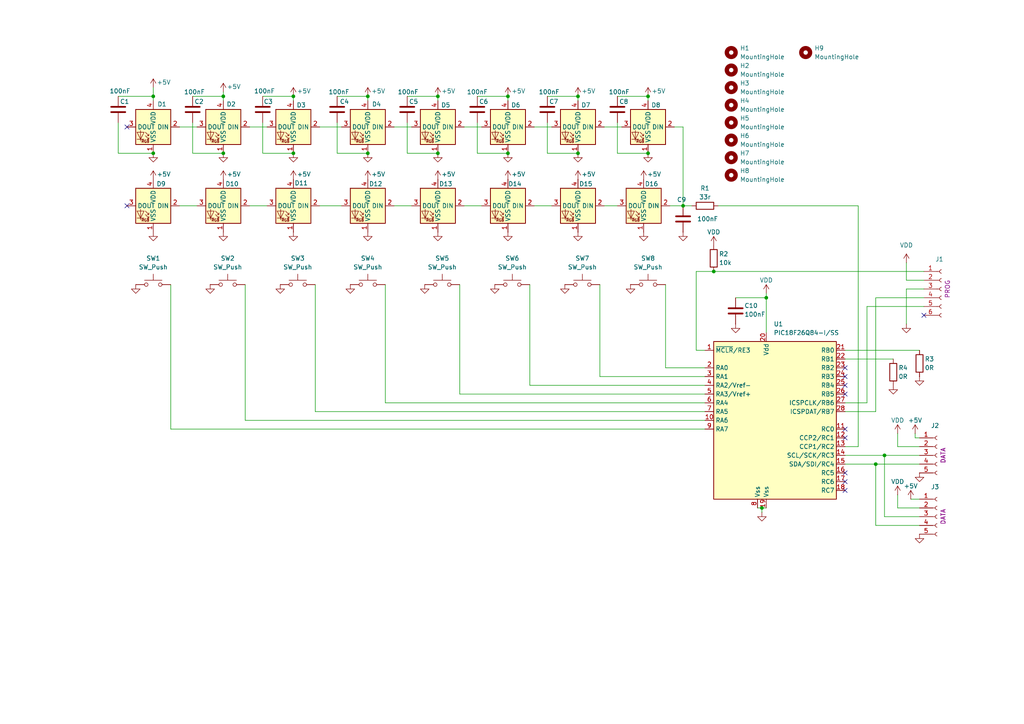
<source format=kicad_sch>
(kicad_sch (version 20250114) (generator "eeschema") (generator_version "9.0")
  (paper "A4")
  (lib_symbols
    (symbol "Connector:Conn_01x05_Socket" (pin_names (offset 1.016) (hide yes))
      (property "Reference" "J" (at 0 7.62 0))
      (property "Value" "Conn_01x05_Socket" (at 0 -7.62 0))
      (symbol "Conn_01x05_Socket_1_1"
        (polyline (pts (xy -1.27 5.08) (xy -0.508 5.08)) (stroke (width 0.1524)))
        (polyline (pts (xy -1.27 2.54) (xy -0.508 2.54)) (stroke (width 0.1524)))
        (polyline (pts (xy -1.27 0) (xy -0.508 0)) (stroke (width 0.1524)))
        (polyline (pts (xy -1.27 -2.54) (xy -0.508 -2.54)) (stroke (width 0.1524)))
        (polyline (pts (xy -1.27 -5.08) (xy -0.508 -5.08)) (stroke (width 0.1524)))
        (arc (start 0 4.572) (mid -0.5058 5.08) (end 0 5.588) (stroke (width 0.1524)))
        (arc (start 0 2.032) (mid -0.5058 2.54) (end 0 3.048) (stroke (width 0.1524)))
        (arc (start 0 -0.508) (mid -0.5058 0) (end 0 0.508) (stroke (width 0.1524)))
        (arc (start 0 -3.048) (mid -0.5058 -2.54) (end 0 -2.032) (stroke (width 0.1524)))
        (arc (start 0 -5.588) (mid -0.5058 -5.08) (end 0 -4.572) (stroke (width 0.1524)))
        (pin passive line (at -5.08 5.08 0) (length 3.81) (name "Pin_1") (number "1"))
        (pin passive line (at -5.08 2.54 0) (length 3.81) (name "Pin_2") (number "2"))
        (pin passive line (at -5.08 0 0) (length 3.81) (name "Pin_3") (number "3"))
        (pin passive line (at -5.08 -2.54 0) (length 3.81) (name "Pin_4") (number "4"))
        (pin passive line (at -5.08 -5.08 0) (length 3.81) (name "Pin_5") (number "5"))
      )
    )
    (symbol "Connector:Conn_01x06_Socket" (pin_names (offset 1.016) (hide yes))
      (property "Reference" "J" (at 0 7.62 0))
      (property "Value" "Conn_01x06_Socket" (at 0 -10.16 0))
      (symbol "Conn_01x06_Socket_1_1"
        (polyline (pts (xy -1.27 5.08) (xy -0.508 5.08)) (stroke (width 0.1524)))
        (polyline (pts (xy -1.27 2.54) (xy -0.508 2.54)) (stroke (width 0.1524)))
        (polyline (pts (xy -1.27 0) (xy -0.508 0)) (stroke (width 0.1524)))
        (polyline (pts (xy -1.27 -2.54) (xy -0.508 -2.54)) (stroke (width 0.1524)))
        (polyline (pts (xy -1.27 -5.08) (xy -0.508 -5.08)) (stroke (width 0.1524)))
        (polyline (pts (xy -1.27 -7.62) (xy -0.508 -7.62)) (stroke (width 0.1524)))
        (arc (start 0 4.572) (mid -0.5058 5.08) (end 0 5.588) (stroke (width 0.1524)))
        (arc (start 0 2.032) (mid -0.5058 2.54) (end 0 3.048) (stroke (width 0.1524)))
        (arc (start 0 -0.508) (mid -0.5058 0) (end 0 0.508) (stroke (width 0.1524)))
        (arc (start 0 -3.048) (mid -0.5058 -2.54) (end 0 -2.032) (stroke (width 0.1524)))
        (arc (start 0 -5.588) (mid -0.5058 -5.08) (end 0 -4.572) (stroke (width 0.1524)))
        (arc (start 0 -8.128) (mid -0.5058 -7.62) (end 0 -7.112) (stroke (width 0.1524)))
        (pin passive line (at -5.08 5.08 0) (length 3.81) (name "Pin_1") (number "1"))
        (pin passive line (at -5.08 2.54 0) (length 3.81) (name "Pin_2") (number "2"))
        (pin passive line (at -5.08 0 0) (length 3.81) (name "Pin_3") (number "3"))
        (pin passive line (at -5.08 -2.54 0) (length 3.81) (name "Pin_4") (number "4"))
        (pin passive line (at -5.08 -5.08 0) (length 3.81) (name "Pin_5") (number "5"))
        (pin passive line (at -5.08 -7.62 0) (length 3.81) (name "Pin_6") (number "6"))
      )
    )
    (symbol "Device:C" (pin_numbers (hide yes)) (pin_names (offset 0.254))
      (property "Reference" "C" (at 0.635 2.54 0))
      (property "Value" "C" (at 0.635 -2.54 0))
      (symbol "C_0_1"
        (polyline (pts (xy -2.032 0.762) (xy 2.032 0.762)) (stroke (width 0.508)))
        (polyline (pts (xy -2.032 -0.762) (xy 2.032 -0.762)) (stroke (width 0.508)))
      )
      (symbol "C_1_1"
        (pin passive line (at 0 3.81 270) (length 2.794) (name "~") (number "1"))
        (pin passive line (at 0 -3.81 90) (length 2.794) (name "~") (number "2"))
      )
    )
    (symbol "Device:R" (pin_numbers (hide yes)) (pin_names (offset 0))
      (property "Reference" "R" (at 2.032 0 90))
      (property "Value" "R" (at 0 0 90))
      (symbol "R_0_1"
        (rectangle (start -1.016 -2.54) (end 1.016 2.54) (stroke (width 0.254)))
      )
      (symbol "R_1_1"
        (pin passive line (at 0 3.81 270) (length 1.27) (name "~") (number "1"))
        (pin passive line (at 0 -3.81 90) (length 1.27) (name "~") (number "2"))
      )
    )
    (symbol "LED:LiteOn_LTST-E563C"
      (property "Reference" "D" (at 5.08 5.715 0))
      (property "Value" "LiteOn_LTST-E563C" (at 1.27 -5.715 0))
      (symbol "LiteOn_LTST-E563C_0_0"
        (text "RGB" (at 2.286 -4.191 0) (effects (font (size 0.762 0.762))))
      )
      (symbol "LiteOn_LTST-E563C_0_1"
        (polyline (pts (xy 1.27 -2.54) (xy 1.778 -2.54)))
        (polyline (pts (xy 1.27 -3.556) (xy 1.778 -3.556)))
        (polyline (pts (xy 2.286 -1.524) (xy 1.27 -2.54) (xy 1.27 -2.032)))
        (polyline (pts (xy 2.286 -2.54) (xy 1.27 -3.556) (xy 1.27 -3.048)))
        (polyline (pts (xy 3.683 -1.016) (xy 3.683 -3.556) (xy 3.683 -4.064)))
        (polyline (pts (xy 4.699 -1.524) (xy 2.667 -1.524) (xy 3.683 -3.556) (xy 4.699 -1.524)))
        (polyline (pts (xy 4.699 -3.556) (xy 2.667 -3.556)))
        (rectangle (start 5.08 5.08) (end -5.08 -5.08) (stroke (width 0.254)) (fill (type background)))
      )
      (symbol "LiteOn_LTST-E563C_1_1"
        (pin input line (at -7.62 0 0) (length 2.54) (name "DIN") (number "2"))
        (pin power_in line (at 0 7.62 270) (length 2.54) (name "VDD") (number "4"))
        (pin power_in line (at 0 -7.62 90) (length 2.54) (name "VSS") (number "1"))
        (pin output line (at 7.62 0 180) (length 2.54) (name "DOUT") (number "3"))
      )
    )
    (symbol "Mechanical:MountingHole" (pin_names (offset 1.016)) (in_bom no)
      (property "Reference" "H" (at 0 5.08 0))
      (property "Value" "MountingHole" (at 0 3.175 0))
      (symbol "MountingHole_0_1"
        (circle (center 0 0) (radius 1.27) (stroke (width 1.27)))
      )
    )
    (symbol "panel-library:PIC18F26Q84_ISS"
      (property "Reference" "U" (at -15.24 24.13 0))
      (property "Value" "PIC18F26Q84-I/SS" (at 9.652 24.13 0))
      (symbol "PIC18F26Q84_ISS_0_1"
        (rectangle (start -17.78 22.86) (end 17.78 -22.86) (stroke (width 0.254)) (fill (type background)))
      )
      (symbol "PIC18F26Q84_ISS_1_1"
        (pin bidirectional line (at -20.32 20.32 0) (length 2.54) (name "~{MCLR}/RE3") (number "1"))
        (pin bidirectional line (at -20.32 15.24 0) (length 2.54) (name "RA0") (number "2"))
        (pin bidirectional line (at -20.32 12.7 0) (length 2.54) (name "RA1") (number "3"))
        (pin bidirectional line (at -20.32 10.16 0) (length 2.54) (name "RA2/Vref-") (number "4"))
        (pin bidirectional line (at -20.32 7.62 0) (length 2.54) (name "RA3/Vref+") (number "5"))
        (pin bidirectional line (at -20.32 5.08 0) (length 2.54) (name "RA4") (number "6"))
        (pin bidirectional line (at -20.32 2.54 0) (length 2.54) (name "RA5") (number "7"))
        (pin bidirectional line (at -20.32 0 0) (length 2.54) (name "RA6") (number "10"))
        (pin bidirectional line (at -20.32 -2.54 0) (length 2.54) (name "RA7") (number "9"))
        (pin power_in line (at -5.08 -25.4 90) (length 2.54) (name "Vss") (number "8"))
        (pin power_in line (at -2.54 25.4 270) (length 2.54) (name "Vdd") (number "20"))
        (pin power_in line (at -2.54 -25.4 90) (length 2.54) (name "Vss") (number "19"))
        (pin bidirectional line (at 20.32 20.32 180) (length 2.54) (name "RB0") (number "21"))
        (pin bidirectional line (at 20.32 17.78 180) (length 2.54) (name "RB1") (number "22"))
        (pin bidirectional line (at 20.32 15.24 180) (length 2.54) (name "RB2") (number "23"))
        (pin bidirectional line (at 20.32 12.7 180) (length 2.54) (name "RB3") (number "24"))
        (pin bidirectional line (at 20.32 10.16 180) (length 2.54) (name "RB4") (number "25"))
        (pin bidirectional line (at 20.32 7.62 180) (length 2.54) (name "RB5") (number "26"))
        (pin bidirectional line (at 20.32 5.08 180) (length 2.54) (name "ICSPCLK/RB6") (number "27"))
        (pin bidirectional line (at 20.32 2.54 180) (length 2.54) (name "ICSPDAT/RB7") (number "28"))
        (pin bidirectional line (at 20.32 -2.54 180) (length 2.54) (name "RC0") (number "11"))
        (pin bidirectional line (at 20.32 -5.08 180) (length 2.54) (name "CCP2/RC1") (number "12"))
        (pin bidirectional line (at 20.32 -7.62 180) (length 2.54) (name "CCP1/RC2") (number "13"))
        (pin bidirectional line (at 20.32 -10.16 180) (length 2.54) (name "SCL/SCK/RC3") (number "14"))
        (pin bidirectional line (at 20.32 -12.7 180) (length 2.54) (name "SDA/SDI/RC4") (number "15"))
        (pin bidirectional line (at 20.32 -15.24 180) (length 2.54) (name "RC5") (number "16"))
        (pin bidirectional line (at 20.32 -17.78 180) (length 2.54) (name "RC6") (number "17"))
        (pin bidirectional line (at 20.32 -20.32 180) (length 2.54) (name "RC7") (number "18"))
      )
    )
    (symbol "panel-library:SW_Push4" (pin_numbers (hide yes)) (pin_names (offset 1.016) (hide yes))
      (property "Reference" "SW1" (at 0 7.62 0))
      (property "Value" "SW_Push4" (at 0 5.08 0))
      (symbol "SW_Push4_0_1"
        (circle (center -2.032 0) (radius 0.508))
        (polyline (pts (xy 0 1.27) (xy 0 3.048)))
        (circle (center 2.032 0) (radius 0.508))
        (polyline (pts (xy 2.54 1.27) (xy -2.54 1.27)))
        (pin passive line (at -5.08 0 0) (length 2.54) (name "1") (number "1"))
        (pin passive line (at 5.08 0 180) (length 2.54) (name "2") (number "2"))
      )
      (symbol "SW_Push4_1_1"
        (pin passive line (at -5.08 0 0) (length 2.54) (hide yes) (name "3") (number "3"))
        (pin passive line (at 5.08 0 180) (length 2.54) (hide yes) (name "4") (number "4"))
      )
    )
    (symbol "power:+5V" (power) (pin_numbers (hide yes)) (pin_names (offset 0) (hide yes))
      (property "Value" "+5V" (at 0 3.556 0))
      (symbol "+5V_0_1"
        (polyline (pts (xy -0.762 1.27) (xy 0 2.54)))
        (polyline (pts (xy 0 2.54) (xy 0.762 1.27)))
        (polyline (pts (xy 0 0) (xy 0 2.54)))
      )
      (symbol "+5V_1_1"
        (pin power_in line (at 0 0 90) (length 0) (name "~") (number "1"))
      )
    )
    (symbol "power:GND" (power) (pin_numbers (hide yes)) (pin_names (offset 0) (hide yes))
      (property "Value" "GND" (at 0 -3.81 0))
      (symbol "GND_0_1"
        (polyline (pts (xy 0 0) (xy 0 -1.27) (xy 1.27 -1.27) (xy 0 -2.54) (xy -1.27 -1.27) (xy 0 -1.27)))
      )
      (symbol "GND_1_1"
        (pin power_in line (at 0 0 270) (length 0) (name "~") (number "1"))
      )
    )
    (symbol "power:VDD" (power) (pin_numbers (hide yes)) (pin_names (offset 0) (hide yes))
      (property "Value" "VDD" (at 0 3.556 0))
      (symbol "VDD_0_1"
        (polyline (pts (xy -0.762 1.27) (xy 0 2.54)))
        (polyline (pts (xy 0 2.54) (xy 0.762 1.27)))
        (polyline (pts (xy 0 0) (xy 0 2.54)))
      )
      (symbol "VDD_1_1"
        (pin power_in line (at 0 0 90) (length 0) (name "~") (number "1"))
      )
    )
  )
  (junction (at 198.12 59.69))
  (junction (at 106.68 27.94))
  (junction (at 187.96 27.94))
  (junction (at 187.96 44.45))
  (junction (at 127 27.94))
  (junction (at 85.09 27.94))
  (junction (at 254 134.62))
  (junction (at 64.77 44.45))
  (junction (at 167.64 27.94))
  (junction (at 127 44.45))
  (junction (at 256.54 132.08))
  (junction (at 147.32 44.45))
  (junction (at 147.32 27.94))
  (junction (at 85.09 44.45))
  (junction (at 44.45 27.94))
  (junction (at 167.64 44.45))
  (junction (at 222.25 86.36))
  (junction (at 106.68 44.45))
  (junction (at 64.77 27.94))
  (junction (at 44.45 44.45))
  (junction (at 220.98 147.32))
  (junction (at 207.01 78.74))
  (no_connect (at 245.11 142.24))
  (no_connect (at 245.11 106.68))
  (no_connect (at 36.83 36.83))
  (no_connect (at 245.11 139.7))
  (no_connect (at 36.83 59.69))
  (no_connect (at 245.11 109.22))
  (no_connect (at 245.11 137.16))
  (no_connect (at 245.11 124.46))
  (no_connect (at 267.97 91.44))
  (no_connect (at 245.11 127))
  (no_connect (at 245.11 111.76))
  (no_connect (at 245.11 114.3))
  (wire (pts (xy 245.11 132.08) (xy 256.54 132.08)))
  (wire (pts (xy 106.68 27.94) (xy 106.68 29.21)))
  (wire (pts (xy 138.43 35.56) (xy 138.43 44.45)))
  (wire (pts (xy 72.39 59.69) (xy 77.47 59.69)))
  (wire (pts (xy 260.35 143.51) (xy 260.35 147.32)))
  (wire (pts (xy 118.11 35.56) (xy 118.11 44.45)))
  (wire (pts (xy 49.53 124.46) (xy 204.47 124.46)))
  (wire (pts (xy 219.71 147.32) (xy 220.98 147.32)))
  (wire (pts (xy 201.93 78.74) (xy 201.93 101.6)))
  (wire (pts (xy 254 152.4) (xy 254 134.62)))
  (wire (pts (xy 193.04 106.68) (xy 204.47 106.68)))
  (wire (pts (xy 180.34 36.83) (xy 175.26 36.83)))
  (wire (pts (xy 118.11 44.45) (xy 127 44.45)))
  (wire (pts (xy 138.43 27.94) (xy 147.32 27.94)))
  (wire (pts (xy 158.75 44.45) (xy 167.64 44.45)))
  (wire (pts (xy 245.11 101.6) (xy 266.7 101.6)))
  (wire (pts (xy 44.45 25.4) (xy 44.45 27.94)))
  (wire (pts (xy 111.76 116.84) (xy 204.47 116.84)))
  (wire (pts (xy 254 134.62) (xy 266.7 134.62)))
  (wire (pts (xy 222.25 147.32) (xy 220.98 147.32)))
  (wire (pts (xy 34.29 27.94) (xy 44.45 27.94)))
  (wire (pts (xy 158.75 27.94) (xy 167.64 27.94)))
  (wire (pts (xy 52.07 59.69) (xy 57.15 59.69)))
  (wire (pts (xy 55.88 27.94) (xy 64.77 27.94)))
  (wire (pts (xy 167.64 27.94) (xy 167.64 29.21)))
  (wire (pts (xy 154.94 36.83) (xy 160.02 36.83)))
  (wire (pts (xy 91.44 119.38) (xy 204.47 119.38)))
  (wire (pts (xy 127 27.94) (xy 127 29.21)))
  (wire (pts (xy 175.26 59.69) (xy 179.07 59.69)))
  (wire (pts (xy 266.7 129.54) (xy 260.35 129.54)))
  (wire (pts (xy 179.07 44.45) (xy 187.96 44.45)))
  (wire (pts (xy 256.54 132.08) (xy 266.7 132.08)))
  (wire (pts (xy 266.7 149.86) (xy 256.54 149.86)))
  (wire (pts (xy 198.12 36.83) (xy 195.58 36.83)))
  (wire (pts (xy 111.76 82.55) (xy 111.76 116.84)))
  (wire (pts (xy 266.7 127) (xy 265.43 127)))
  (wire (pts (xy 44.45 27.94) (xy 44.45 29.21)))
  (wire (pts (xy 49.53 82.55) (xy 49.53 124.46)))
  (wire (pts (xy 138.43 44.45) (xy 147.32 44.45)))
  (wire (pts (xy 260.35 147.32) (xy 266.7 147.32)))
  (wire (pts (xy 133.35 114.3) (xy 204.47 114.3)))
  (wire (pts (xy 71.12 82.55) (xy 71.12 121.92)))
  (wire (pts (xy 220.98 147.32) (xy 220.98 148.59)))
  (wire (pts (xy 76.2 44.45) (xy 85.09 44.45)))
  (wire (pts (xy 265.43 127) (xy 265.43 125.73)))
  (wire (pts (xy 248.92 59.69) (xy 248.92 129.54)))
  (wire (pts (xy 76.2 35.56) (xy 76.2 44.45)))
  (wire (pts (xy 85.09 27.94) (xy 85.09 29.21)))
  (wire (pts (xy 245.11 119.38) (xy 254 119.38)))
  (wire (pts (xy 267.97 83.82) (xy 262.89 83.82)))
  (wire (pts (xy 64.77 27.94) (xy 64.77 29.21)))
  (wire (pts (xy 71.12 121.92) (xy 204.47 121.92)))
  (wire (pts (xy 251.46 88.9) (xy 267.97 88.9)))
  (wire (pts (xy 222.25 86.36) (xy 222.25 85.09)))
  (wire (pts (xy 207.01 78.74) (xy 267.97 78.74)))
  (wire (pts (xy 160.02 59.69) (xy 154.94 59.69)))
  (wire (pts (xy 153.67 111.76) (xy 204.47 111.76)))
  (wire (pts (xy 267.97 81.28) (xy 262.89 81.28)))
  (wire (pts (xy 92.71 59.69) (xy 99.06 59.69)))
  (wire (pts (xy 262.89 76.2) (xy 262.89 81.28)))
  (wire (pts (xy 254 86.36) (xy 254 119.38)))
  (wire (pts (xy 55.88 44.45) (xy 64.77 44.45)))
  (wire (pts (xy 198.12 36.83) (xy 198.12 59.69)))
  (wire (pts (xy 213.36 86.36) (xy 222.25 86.36)))
  (wire (pts (xy 245.11 134.62) (xy 254 134.62)))
  (wire (pts (xy 52.07 36.83) (xy 57.15 36.83)))
  (wire (pts (xy 119.38 59.69) (xy 114.3 59.69)))
  (wire (pts (xy 264.16 144.78) (xy 266.7 144.78)))
  (wire (pts (xy 222.25 86.36) (xy 222.25 96.52)))
  (wire (pts (xy 118.11 27.94) (xy 127 27.94)))
  (wire (pts (xy 201.93 78.74) (xy 207.01 78.74)))
  (wire (pts (xy 198.12 59.69) (xy 200.66 59.69)))
  (wire (pts (xy 173.99 109.22) (xy 204.47 109.22)))
  (wire (pts (xy 76.2 27.94) (xy 85.09 27.94)))
  (wire (pts (xy 139.7 59.69) (xy 134.62 59.69)))
  (wire (pts (xy 134.62 36.83) (xy 139.7 36.83)))
  (wire (pts (xy 114.3 36.83) (xy 119.38 36.83)))
  (wire (pts (xy 248.92 129.54) (xy 245.11 129.54)))
  (wire (pts (xy 55.88 35.56) (xy 55.88 44.45)))
  (wire (pts (xy 34.29 35.56) (xy 34.29 44.45)))
  (wire (pts (xy 256.54 149.86) (xy 256.54 132.08)))
  (wire (pts (xy 97.79 27.94) (xy 106.68 27.94)))
  (wire (pts (xy 64.77 26.67) (xy 64.77 27.94)))
  (wire (pts (xy 97.79 35.56) (xy 97.79 44.45)))
  (wire (pts (xy 153.67 82.55) (xy 153.67 111.76)))
  (wire (pts (xy 158.75 35.56) (xy 158.75 44.45)))
  (wire (pts (xy 262.89 83.82) (xy 262.89 93.98)))
  (wire (pts (xy 251.46 88.9) (xy 251.46 116.84)))
  (wire (pts (xy 179.07 35.56) (xy 179.07 44.45)))
  (wire (pts (xy 193.04 106.68) (xy 193.04 82.55)))
  (wire (pts (xy 147.32 27.94) (xy 147.32 29.21)))
  (wire (pts (xy 92.71 36.83) (xy 99.06 36.83)))
  (wire (pts (xy 173.99 82.55) (xy 173.99 109.22)))
  (wire (pts (xy 72.39 36.83) (xy 77.47 36.83)))
  (wire (pts (xy 133.35 82.55) (xy 133.35 114.3)))
  (wire (pts (xy 266.7 152.4) (xy 254 152.4)))
  (wire (pts (xy 201.93 101.6) (xy 204.47 101.6)))
  (wire (pts (xy 251.46 116.84) (xy 245.11 116.84)))
  (wire (pts (xy 34.29 44.45) (xy 44.45 44.45)))
  (wire (pts (xy 254 86.36) (xy 267.97 86.36)))
  (wire (pts (xy 91.44 82.55) (xy 91.44 119.38)))
  (wire (pts (xy 179.07 27.94) (xy 187.96 27.94)))
  (wire (pts (xy 245.11 104.14) (xy 259.08 104.14)))
  (wire (pts (xy 260.35 129.54) (xy 260.35 125.73)))
  (wire (pts (xy 248.92 59.69) (xy 208.28 59.69)))
  (wire (pts (xy 194.31 59.69) (xy 198.12 59.69)))
  (wire (pts (xy 97.79 44.45) (xy 106.68 44.45)))
  (wire (pts (xy 187.96 27.94) (xy 187.96 29.21)))
  (symbol (lib_id "power:GND") (at 127 67.31 0) (mirror y) (unit 1)
    (property "Reference" "#PWR029" (effects (hide yes)))
    (property "Value" "GND" (effects (hide yes)))
    (property "Description" "Power symbol creates a global label with name \"GND\" , ground" (effects (hide yes)))
  )
  (symbol (lib_id "power:GND") (at 198.12 67.31 0) (mirror y) (unit 1)
    (property "Reference" "#PWR033" (effects (hide yes)))
    (property "Value" "GND" (effects (hide yes)))
    (property "Description" "Power symbol creates a global label with name \"GND\" , ground" (effects (hide yes)))
  )
  (symbol (lib_id "Connector:Conn_01x05_Socket") (at 271.78 132.08 0) (unit 1)
    (property "Reference" "J2" (at 270.002 123.444 0) (effects (justify left)))
    (property "Value" "Conn_01x05_Socket" (effects (hide yes)))
    (property "Footprint" "Connector_Molex:Molex_Pico-Lock_504050-0591_1x05-1MP_P1.50mm_Horizontal" (effects (hide yes)))
    (property "Description" "Generic connector, single row, 01x05, script generated" (effects (hide yes)))
    (property "Label" "DATA" (at 273.558 132.08 90))
  )
  (symbol (lib_id "Mechanical:MountingHole") (at 212.09 15.24 0) (unit 1) (in_bom no)
    (property "Reference" "H1" (at 214.63 13.9699 0) (effects (justify left)))
    (property "Value" "MountingHole" (at 214.63 16.5099 0) (effects (justify left)))
    (property "Footprint" "MountingHole:MountingHole_3mm" (effects (hide yes)))
    (property "Description" "Mounting Hole without connection" (effects (hide yes)))
  )
  (symbol (lib_id "panel-library:SW_Push4") (at 44.45 82.55 0) (unit 1)
    (property "Reference" "SW1" (at 44.45 74.93 0))
    (property "Value" "SW_Push" (at 44.45 77.47 0))
    (property "Footprint" "panel-library:ButtonSMT_CnK_KSC2_J" (effects (hide yes)))
    (property "Description" "Push button switch, generic, two pins" (effects (hide yes)))
  )
  (symbol (lib_id "power:GND") (at 182.88 82.55 0) (unit 1)
    (property "Reference" "#PWR043" (effects (hide yes)))
    (property "Value" "GND" (effects (hide yes)))
    (property "Description" "Power symbol creates a global label with name \"GND\" , ground" (effects (hide yes)))
  )
  (symbol (lib_id "Device:R") (at 204.47 59.69 90) (mirror x) (unit 1)
    (property "Reference" "R1" (at 204.47 54.61 90))
    (property "Value" "33r" (at 204.47 57.15 90))
    (property "Footprint" "Resistor_SMD:R_0805_2012Metric_Pad1.20x1.40mm_HandSolder" (effects (hide yes)))
    (property "Description" "Resistor" (effects (hide yes)))
  )
  (symbol (lib_id "power:GND") (at 266.7 109.22 0) (unit 1)
    (property "Reference" "#PWR047" (effects (hide yes)))
    (property "Value" "GND" (effects (hide yes)))
    (property "Description" "Power symbol creates a global label with name \"GND\" , ground" (effects (hide yes)))
  )
  (symbol (lib_id "power:GND") (at 44.45 44.45 0) (mirror y) (unit 1)
    (property "Reference" "#PWR09" (effects (hide yes)))
    (property "Value" "GND" (effects (hide yes)))
    (property "Description" "Power symbol creates a global label with name \"GND\" , ground" (effects (hide yes)))
  )
  (symbol (lib_id "power:VDD") (at 207.01 71.12 0) (unit 1)
    (property "Reference" "#PWR034" (effects (hide yes)))
    (property "Value" "VDD" (at 207.01 67.31 0))
    (property "Description" "Power symbol creates a global label with name \"VDD\"" (effects (hide yes)))
  )
  (symbol (lib_id "power:GND") (at 106.68 44.45 0) (mirror y) (unit 1)
    (property "Reference" "#PWR012" (effects (hide yes)))
    (property "Value" "GND" (effects (hide yes)))
    (property "Description" "Power symbol creates a global label with name \"GND\" , ground" (effects (hide yes)))
  )
  (symbol (lib_id "Device:C") (at 97.79 31.75 0) (unit 1)
    (property "Reference" "C4" (at 98.552 29.464 0) (effects (justify left)))
    (property "Value" "100nF" (at 95.25 26.67 0) (effects (justify left)))
    (property "Footprint" "Capacitor_SMD:C_0805_2012Metric_Pad1.18x1.45mm_HandSolder" (effects (hide yes)))
    (property "Description" "Unpolarized capacitor" (effects (hide yes)))
  )
  (symbol (lib_id "power:GND") (at 106.68 67.31 0) (mirror y) (unit 1)
    (property "Reference" "#PWR028" (effects (hide yes)))
    (property "Value" "GND" (effects (hide yes)))
    (property "Description" "Power symbol creates a global label with name \"GND\" , ground" (effects (hide yes)))
  )
  (symbol (lib_id "power:GND") (at 187.96 44.45 0) (mirror y) (unit 1)
    (property "Reference" "#PWR016" (effects (hide yes)))
    (property "Value" "GND" (effects (hide yes)))
    (property "Description" "Power symbol creates a global label with name \"GND\" , ground" (effects (hide yes)))
  )
  (symbol (lib_id "Mechanical:MountingHole") (at 212.09 45.72 0) (unit 1) (in_bom no)
    (property "Reference" "H7" (at 214.63 44.4499 0) (effects (justify left)))
    (property "Value" "MountingHole" (at 214.63 46.9899 0) (effects (justify left)))
    (property "Footprint" "MountingHole:MountingHole_3mm" (effects (hide yes)))
    (property "Description" "Mounting Hole without connection" (effects (hide yes)))
  )
  (symbol (lib_id "power:GND") (at 266.7 154.94 0) (unit 1)
    (property "Reference" "#PWR055" (effects (hide yes)))
    (property "Value" "GND" (effects (hide yes)))
    (property "Description" "Power symbol creates a global label with name \"GND\" , ground" (effects (hide yes)))
  )
  (symbol (lib_id "power:GND") (at 266.7 137.16 0) (unit 1)
    (property "Reference" "#PWR051" (effects (hide yes)))
    (property "Value" "GND" (effects (hide yes)))
    (property "Description" "Power symbol creates a global label with name \"GND\" , ground" (effects (hide yes)))
  )
  (symbol (lib_id "Mechanical:MountingHole") (at 212.09 20.32 0) (unit 1) (in_bom no)
    (property "Reference" "H2" (at 214.63 19.0499 0) (effects (justify left)))
    (property "Value" "MountingHole" (at 214.63 21.5899 0) (effects (justify left)))
    (property "Footprint" "MountingHole:MountingHole_3mm" (effects (hide yes)))
    (property "Description" "Mounting Hole without connection" (effects (hide yes)))
  )
  (symbol (lib_id "LED:LiteOn_LTST-E563C") (at 147.32 36.83 0) (mirror y) (unit 1)
    (property "Reference" "D6" (at 149.606 30.48 0))
    (property "Value" "LiteOn_LTST-E563C" (effects (hide yes)))
    (property "Footprint" "LED_SMD:LED_LiteOn_LTST-E563C_PLCC4_5.0x5.0mm_P3.2mm" (effects (hide yes)))
    (property "Datasheet" "https://optoelectronics.liteon.com/upload/download/DS35-2018-0092/LTST-E563CHEGBW-AW.PDF" (effects (hide yes)))
    (property "Description" "5x5mm RGB LED with integrated controller" (effects (hide yes)))
  )
  (symbol (lib_id "power:GND") (at 213.36 93.98 0) (unit 1)
    (property "Reference" "#PWR045" (effects (hide yes)))
    (property "Value" "GND" (effects (hide yes)))
    (property "Description" "Power symbol creates a global label with name \"GND\" , ground" (effects (hide yes)))
  )
  (symbol (lib_id "power:GND") (at 167.64 67.31 0) (mirror y) (unit 1)
    (property "Reference" "#PWR031" (effects (hide yes)))
    (property "Value" "GND" (effects (hide yes)))
    (property "Description" "Power symbol creates a global label with name \"GND\" , ground" (effects (hide yes)))
  )
  (symbol (lib_id "power:+5V") (at 186.69 52.07 0) (mirror y) (unit 1)
    (property "Reference" "#PWR024" (effects (hide yes)))
    (property "Value" "+5V" (at 189.738 50.546 0))
    (property "Description" "Power symbol creates a global label with name \"+5V\"" (effects (hide yes)))
  )
  (symbol (lib_id "power:+5V") (at 44.45 25.4 0) (mirror y) (unit 1)
    (property "Reference" "#PWR01" (effects (hide yes)))
    (property "Value" "+5V" (at 47.498 23.876 0))
    (property "Description" "Power symbol creates a global label with name \"+5V\"" (effects (hide yes)))
  )
  (symbol (lib_id "panel-library:SW_Push4") (at 66.04 82.55 0) (unit 1)
    (property "Reference" "SW2" (at 66.04 74.93 0))
    (property "Value" "SW_Push" (at 66.04 77.47 0))
    (property "Footprint" "panel-library:ButtonSMT_CnK_KSC2_J" (effects (hide yes)))
    (property "Description" "Push button switch, generic, two pins" (effects (hide yes)))
  )
  (symbol (lib_id "LED:LiteOn_LTST-E563C") (at 64.77 59.69 0) (mirror y) (unit 1)
    (property "Reference" "D10" (at 67.31 53.34 0))
    (property "Value" "LiteOn_LTST-E563C" (effects (hide yes)))
    (property "Footprint" "LED_SMD:LED_LiteOn_LTST-E563C_PLCC4_5.0x5.0mm_P3.2mm" (effects (hide yes)))
    (property "Datasheet" "https://optoelectronics.liteon.com/upload/download/DS35-2018-0092/LTST-E563CHEGBW-AW.PDF" (effects (hide yes)))
    (property "Description" "5x5mm RGB LED with integrated controller" (effects (hide yes)))
  )
  (symbol (lib_id "power:VDD") (at 260.35 125.73 0) (unit 1)
    (property "Reference" "#PWR049" (effects (hide yes)))
    (property "Value" "VDD" (at 260.35 121.92 0))
    (property "Description" "Power symbol creates a global label with name \"VDD\"" (effects (hide yes)))
  )
  (symbol (lib_id "power:GND") (at 186.69 67.31 0) (mirror y) (unit 1)
    (property "Reference" "#PWR032" (effects (hide yes)))
    (property "Value" "GND" (effects (hide yes)))
    (property "Description" "Power symbol creates a global label with name \"GND\" , ground" (effects (hide yes)))
  )
  (symbol (lib_id "LED:LiteOn_LTST-E563C") (at 127 36.83 0) (mirror y) (unit 1)
    (property "Reference" "D5" (at 129.286 30.48 0))
    (property "Value" "LiteOn_LTST-E563C" (effects (hide yes)))
    (property "Footprint" "LED_SMD:LED_LiteOn_LTST-E563C_PLCC4_5.0x5.0mm_P3.2mm" (effects (hide yes)))
    (property "Datasheet" "https://optoelectronics.liteon.com/upload/download/DS35-2018-0092/LTST-E563CHEGBW-AW.PDF" (effects (hide yes)))
    (property "Description" "5x5mm RGB LED with integrated controller" (effects (hide yes)))
  )
  (symbol (lib_id "power:VDD") (at 222.25 85.09 0) (unit 1)
    (property "Reference" "#PWR044" (effects (hide yes)))
    (property "Value" "VDD" (at 222.25 81.28 0))
    (property "Description" "Power symbol creates a global label with name \"VDD\"" (effects (hide yes)))
  )
  (symbol (lib_id "power:+5V") (at 127 27.94 0) (mirror y) (unit 1)
    (property "Reference" "#PWR05" (effects (hide yes)))
    (property "Value" "+5V" (at 130.048 26.416 0))
    (property "Description" "Power symbol creates a global label with name \"+5V\"" (effects (hide yes)))
  )
  (symbol (lib_id "Device:C") (at 76.2 31.75 0) (unit 1)
    (property "Reference" "C3" (at 76.454 29.464 0) (effects (justify left)))
    (property "Value" "100nF" (at 73.66 26.416 0) (effects (justify left)))
    (property "Footprint" "Capacitor_SMD:C_0805_2012Metric_Pad1.18x1.45mm_HandSolder" (effects (hide yes)))
    (property "Description" "Unpolarized capacitor" (effects (hide yes)))
  )
  (symbol (lib_id "power:GND") (at 81.28 82.55 0) (unit 1)
    (property "Reference" "#PWR038" (effects (hide yes)))
    (property "Value" "GND" (effects (hide yes)))
    (property "Description" "Power symbol creates a global label with name \"GND\" , ground" (effects (hide yes)))
  )
  (symbol (lib_id "Device:R") (at 259.08 107.95 0) (unit 1)
    (property "Reference" "R4" (at 260.604 106.68 0) (effects (justify left)))
    (property "Value" "0R" (at 260.604 109.22 0) (effects (justify left)))
    (property "Footprint" "Resistor_SMD:R_0805_2012Metric_Pad1.20x1.40mm_HandSolder" (effects (hide yes)))
    (property "Description" "Resistor" (effects (hide yes)))
  )
  (symbol (lib_id "power:+5V") (at 64.77 26.67 0) (mirror y) (unit 1)
    (property "Reference" "#PWR02" (effects (hide yes)))
    (property "Value" "+5V" (at 67.818 25.146 0))
    (property "Description" "Power symbol creates a global label with name \"+5V\"" (effects (hide yes)))
  )
  (symbol (lib_id "LED:LiteOn_LTST-E563C") (at 106.68 36.83 0) (mirror y) (unit 1)
    (property "Reference" "D4" (at 109.22 30.226 0))
    (property "Value" "LiteOn_LTST-E563C" (effects (hide yes)))
    (property "Footprint" "LED_SMD:LED_LiteOn_LTST-E563C_PLCC4_5.0x5.0mm_P3.2mm" (effects (hide yes)))
    (property "Datasheet" "https://optoelectronics.liteon.com/upload/download/DS35-2018-0092/LTST-E563CHEGBW-AW.PDF" (effects (hide yes)))
    (property "Description" "5x5mm RGB LED with integrated controller" (effects (hide yes)))
  )
  (symbol (lib_id "panel-library:PIC18F26Q84_ISS") (at 224.79 121.92 0) (unit 1)
    (property "Reference" "U1" (at 224.3933 93.98 0) (effects (justify left)))
    (property "Value" "PIC18F26Q84-I/SS" (at 224.3933 96.52 0) (effects (justify left)))
    (property "Footprint" "panel-library:SSOP-5.3mm" (effects (hide yes)))
    (property "Datasheet" "https://www.mouser.es/datasheet/3/282/1/PIC18F26-46-56Q84-Data-Sheet-DS40002259.pdf" (effects (hide yes)))
  )
  (symbol (lib_id "power:VDD") (at 260.35 143.51 0) (unit 1)
    (property "Reference" "#PWR052" (effects (hide yes)))
    (property "Value" "VDD" (at 260.35 139.7 0))
    (property "Description" "Power symbol creates a global label with name \"VDD\"" (effects (hide yes)))
  )
  (symbol (lib_id "Device:C") (at 138.43 31.75 0) (unit 1)
    (property "Reference" "C6" (at 138.938 29.464 0) (effects (justify left)))
    (property "Value" "100nF" (at 135.382 26.67 0) (effects (justify left)))
    (property "Footprint" "Capacitor_SMD:C_0805_2012Metric_Pad1.18x1.45mm_HandSolder" (effects (hide yes)))
    (property "Description" "Unpolarized capacitor" (effects (hide yes)))
  )
  (symbol (lib_id "power:GND") (at 64.77 44.45 0) (mirror y) (unit 1)
    (property "Reference" "#PWR010" (effects (hide yes)))
    (property "Value" "GND" (effects (hide yes)))
    (property "Description" "Power symbol creates a global label with name \"GND\" , ground" (effects (hide yes)))
  )
  (symbol (lib_id "Device:R") (at 266.7 105.41 180) (unit 1)
    (property "Reference" "R3" (at 268.224 104.14 0) (effects (justify right)))
    (property "Value" "0R" (at 268.224 106.68 0) (effects (justify right)))
    (property "Footprint" "Resistor_SMD:R_0805_2012Metric_Pad1.20x1.40mm_HandSolder" (effects (hide yes)))
    (property "Description" "Resistor" (effects (hide yes)))
  )
  (symbol (lib_id "Connector:Conn_01x05_Socket") (at 271.78 149.86 0) (unit 1)
    (property "Reference" "J3" (at 270.002 141.224 0) (effects (justify left)))
    (property "Value" "Conn_01x05_Socket" (effects (hide yes)))
    (property "Footprint" "Connector_Molex:Molex_Pico-Lock_504050-0591_1x05-1MP_P1.50mm_Horizontal" (effects (hide yes)))
    (property "Description" "Generic connector, single row, 01x05, script generated" (effects (hide yes)))
    (property "Label" "DATA" (at 273.558 149.86 90))
  )
  (symbol (lib_id "Connector:Conn_01x06_Socket") (at 273.05 83.82 0) (unit 1)
    (property "Reference" "J1" (at 271.272 75.184 0) (effects (justify left)))
    (property "Value" "Conn_01x05_Socket" (effects (hide yes)))
    (property "Footprint" "Connector_PinHeader_2.00mm:PinHeader_2x03_P2.00mm_Vertical_SMD" (effects (hide yes)))
    (property "Description" "Generic connector, single row, 01x06, script generated" (effects (hide yes)))
    (property "Label" "PROG" (at 274.828 83.82 90))
  )
  (symbol (lib_id "LED:LiteOn_LTST-E563C") (at 44.45 59.69 0) (mirror y) (unit 1)
    (property "Reference" "D9" (at 46.736 53.34 0))
    (property "Value" "LiteOn_LTST-E563C" (effects (hide yes)))
    (property "Footprint" "LED_SMD:LED_LiteOn_LTST-E563C_PLCC4_5.0x5.0mm_P3.2mm" (effects (hide yes)))
    (property "Datasheet" "https://optoelectronics.liteon.com/upload/download/DS35-2018-0092/LTST-E563CHEGBW-AW.PDF" (effects (hide yes)))
    (property "Description" "5x5mm RGB LED with integrated controller" (effects (hide yes)))
  )
  (symbol (lib_id "power:GND") (at 64.77 67.31 0) (mirror y) (unit 1)
    (property "Reference" "#PWR026" (effects (hide yes)))
    (property "Value" "GND" (effects (hide yes)))
    (property "Description" "Power symbol creates a global label with name \"GND\" , ground" (effects (hide yes)))
  )
  (symbol (lib_id "LED:LiteOn_LTST-E563C") (at 85.09 36.83 0) (mirror y) (unit 1)
    (property "Reference" "D3" (at 87.376 30.48 0))
    (property "Value" "LiteOn_LTST-E563C" (effects (hide yes)))
    (property "Footprint" "LED_SMD:LED_LiteOn_LTST-E563C_PLCC4_5.0x5.0mm_P3.2mm" (effects (hide yes)))
    (property "Datasheet" "https://optoelectronics.liteon.com/upload/download/DS35-2018-0092/LTST-E563CHEGBW-AW.PDF" (effects (hide yes)))
    (property "Description" "5x5mm RGB LED with integrated controller" (effects (hide yes)))
  )
  (symbol (lib_id "Mechanical:MountingHole") (at 212.09 25.4 0) (unit 1) (in_bom no)
    (property "Reference" "H3" (at 214.63 24.1299 0) (effects (justify left)))
    (property "Value" "MountingHole" (at 214.63 26.6699 0) (effects (justify left)))
    (property "Footprint" "MountingHole:MountingHole_3mm" (effects (hide yes)))
    (property "Description" "Mounting Hole without connection" (effects (hide yes)))
  )
  (symbol (lib_id "Mechanical:MountingHole") (at 212.09 50.8 0) (unit 1) (in_bom no)
    (property "Reference" "H8" (at 214.63 49.5299 0) (effects (justify left)))
    (property "Value" "MountingHole" (at 214.63 52.0699 0) (effects (justify left)))
    (property "Footprint" "MountingHole:MountingHole_3mm" (effects (hide yes)))
    (property "Description" "Mounting Hole without connection" (effects (hide yes)))
  )
  (symbol (lib_id "power:GND") (at 123.19 82.55 0) (unit 1)
    (property "Reference" "#PWR040" (effects (hide yes)))
    (property "Value" "GND" (effects (hide yes)))
    (property "Description" "Power symbol creates a global label with name \"GND\" , ground" (effects (hide yes)))
  )
  (symbol (lib_id "panel-library:SW_Push4") (at 86.36 82.55 0) (unit 1)
    (property "Reference" "SW3" (at 86.36 74.93 0))
    (property "Value" "SW_Push" (at 86.36 77.47 0))
    (property "Footprint" "panel-library:ButtonSMT_CnK_KSC2_J" (effects (hide yes)))
    (property "Description" "Push button switch, generic, two pins" (effects (hide yes)))
  )
  (symbol (lib_id "power:VDD") (at 262.89 76.2 0) (unit 1)
    (property "Reference" "#PWR035" (effects (hide yes)))
    (property "Value" "VDD" (at 262.89 71.12 0))
    (property "Description" "Power symbol creates a global label with name \"VDD\"" (effects (hide yes)))
  )
  (symbol (lib_id "power:+5V") (at 85.09 52.07 0) (mirror y) (unit 1)
    (property "Reference" "#PWR019" (effects (hide yes)))
    (property "Value" "+5V" (at 88.138 50.546 0))
    (property "Description" "Power symbol creates a global label with name \"+5V\"" (effects (hide yes)))
  )
  (symbol (lib_id "Mechanical:MountingHole") (at 212.09 30.48 0) (unit 1) (in_bom no)
    (property "Reference" "H4" (at 214.63 29.2099 0) (effects (justify left)))
    (property "Value" "MountingHole" (at 214.63 31.7499 0) (effects (justify left)))
    (property "Footprint" "MountingHole:MountingHole_3mm" (effects (hide yes)))
    (property "Description" "Mounting Hole without connection" (effects (hide yes)))
  )
  (symbol (lib_id "power:+5V") (at 64.77 52.07 0) (mirror y) (unit 1)
    (property "Reference" "#PWR018" (effects (hide yes)))
    (property "Value" "+5V" (at 67.818 50.546 0))
    (property "Description" "Power symbol creates a global label with name \"+5V\"" (effects (hide yes)))
  )
  (symbol (lib_id "power:GND") (at 101.6 82.55 0) (unit 1)
    (property "Reference" "#PWR039" (effects (hide yes)))
    (property "Value" "GND" (effects (hide yes)))
    (property "Description" "Power symbol creates a global label with name \"GND\" , ground" (effects (hide yes)))
  )
  (symbol (lib_id "power:GND") (at 259.08 111.76 0) (unit 1)
    (property "Reference" "#PWR048" (effects (hide yes)))
    (property "Value" "GND" (effects (hide yes)))
    (property "Description" "Power symbol creates a global label with name \"GND\" , ground" (effects (hide yes)))
  )
  (symbol (lib_id "power:+5V") (at 147.32 52.07 0) (mirror y) (unit 1)
    (property "Reference" "#PWR022" (effects (hide yes)))
    (property "Value" "+5V" (at 150.368 50.546 0))
    (property "Description" "Power symbol creates a global label with name \"+5V\"" (effects (hide yes)))
  )
  (symbol (lib_id "Device:C") (at 198.12 63.5 0) (mirror x) (unit 1)
    (property "Reference" "C9" (at 196.342 57.912 0) (effects (justify left)))
    (property "Value" "100nF" (at 202.184 63.5 0) (effects (justify left)))
    (property "Footprint" "Capacitor_SMD:C_0805_2012Metric_Pad1.18x1.45mm_HandSolder" (effects (hide yes)))
    (property "Description" "Unpolarized capacitor" (effects (hide yes)))
  )
  (symbol (lib_id "LED:LiteOn_LTST-E563C") (at 186.69 59.69 0) (mirror y) (unit 1)
    (property "Reference" "D16" (at 188.976 53.34 0))
    (property "Value" "LiteOn_LTST-E563C" (effects (hide yes)))
    (property "Footprint" "LED_SMD:LED_LiteOn_LTST-E563C_PLCC4_5.0x5.0mm_P3.2mm" (effects (hide yes)))
    (property "Datasheet" "https://optoelectronics.liteon.com/upload/download/DS35-2018-0092/LTST-E563CHEGBW-AW.PDF" (effects (hide yes)))
    (property "Description" "5x5mm RGB LED with integrated controller" (effects (hide yes)))
  )
  (symbol (lib_id "Mechanical:MountingHole") (at 212.09 40.64 0) (unit 1) (in_bom no)
    (property "Reference" "H6" (at 214.63 39.3699 0) (effects (justify left)))
    (property "Value" "MountingHole" (at 214.63 41.9099 0) (effects (justify left)))
    (property "Footprint" "MountingHole:MountingHole_3mm" (effects (hide yes)))
    (property "Description" "Mounting Hole without connection" (effects (hide yes)))
  )
  (symbol (lib_id "power:GND") (at 39.37 82.55 0) (unit 1)
    (property "Reference" "#PWR036" (effects (hide yes)))
    (property "Value" "GND" (effects (hide yes)))
    (property "Description" "Power symbol creates a global label with name \"GND\" , ground" (effects (hide yes)))
  )
  (symbol (lib_id "power:+5V") (at 167.64 27.94 0) (mirror y) (unit 1)
    (property "Reference" "#PWR07" (effects (hide yes)))
    (property "Value" "+5V" (at 170.688 26.416 0))
    (property "Description" "Power symbol creates a global label with name \"+5V\"" (effects (hide yes)))
  )
  (symbol (lib_id "Device:C") (at 55.88 31.75 0) (unit 1)
    (property "Reference" "C2" (at 56.388 29.464 0) (effects (justify left)))
    (property "Value" "100nF" (at 53.34 26.67 0) (effects (justify left)))
    (property "Footprint" "Capacitor_SMD:C_0805_2012Metric_Pad1.18x1.45mm_HandSolder" (effects (hide yes)))
    (property "Description" "Unpolarized capacitor" (effects (hide yes)))
  )
  (symbol (lib_id "power:+5V") (at 187.96 27.94 0) (mirror y) (unit 1)
    (property "Reference" "#PWR08" (effects (hide yes)))
    (property "Value" "+5V" (at 191.008 26.416 0))
    (property "Description" "Power symbol creates a global label with name \"+5V\"" (effects (hide yes)))
  )
  (symbol (lib_id "LED:LiteOn_LTST-E563C") (at 64.77 36.83 0) (mirror y) (unit 1)
    (property "Reference" "D2" (at 67.056 30.226 0))
    (property "Value" "LiteOn_LTST-E563C" (effects (hide yes)))
    (property "Footprint" "LED_SMD:LED_LiteOn_LTST-E563C_PLCC4_5.0x5.0mm_P3.2mm" (effects (hide yes)))
    (property "Datasheet" "https://optoelectronics.liteon.com/upload/download/DS35-2018-0092/LTST-E563CHEGBW-AW.PDF" (effects (hide yes)))
    (property "Description" "5x5mm RGB LED with integrated controller" (effects (hide yes)))
  )
  (symbol (lib_id "Device:C") (at 34.29 31.75 0) (unit 1)
    (property "Reference" "C1" (at 34.798 29.464 0) (effects (justify left)))
    (property "Value" "100nF" (at 31.75 26.416 0) (effects (justify left)))
    (property "Footprint" "Capacitor_SMD:C_0805_2012Metric_Pad1.18x1.45mm_HandSolder" (effects (hide yes)))
    (property "Description" "Unpolarized capacitor" (effects (hide yes)))
  )
  (symbol (lib_id "LED:LiteOn_LTST-E563C") (at 187.96 36.83 0) (mirror y) (unit 1)
    (property "Reference" "D8" (at 190.246 30.48 0))
    (property "Value" "LiteOn_LTST-E563C" (effects (hide yes)))
    (property "Footprint" "LED_SMD:LED_LiteOn_LTST-E563C_PLCC4_5.0x5.0mm_P3.2mm" (effects (hide yes)))
    (property "Datasheet" "https://optoelectronics.liteon.com/upload/download/DS35-2018-0092/LTST-E563CHEGBW-AW.PDF" (effects (hide yes)))
    (property "Description" "5x5mm RGB LED with integrated controller" (effects (hide yes)))
  )
  (symbol (lib_id "power:+5V") (at 127 52.07 0) (mirror y) (unit 1)
    (property "Reference" "#PWR021" (effects (hide yes)))
    (property "Value" "+5V" (at 130.048 50.546 0))
    (property "Description" "Power symbol creates a global label with name \"+5V\"" (effects (hide yes)))
  )
  (symbol (lib_id "power:+5V") (at 147.32 27.94 0) (mirror y) (unit 1)
    (property "Reference" "#PWR06" (effects (hide yes)))
    (property "Value" "+5V" (at 150.368 26.416 0))
    (property "Description" "Power symbol creates a global label with name \"+5V\"" (effects (hide yes)))
  )
  (symbol (lib_id "LED:LiteOn_LTST-E563C") (at 44.45 36.83 0) (mirror y) (unit 1)
    (property "Reference" "D1" (at 46.99 30.226 0))
    (property "Value" "LiteOn_LTST-E563C" (effects (hide yes)))
    (property "Footprint" "LED_SMD:LED_LiteOn_LTST-E563C_PLCC4_5.0x5.0mm_P3.2mm" (effects (hide yes)))
    (property "Datasheet" "https://optoelectronics.liteon.com/upload/download/DS35-2018-0092/LTST-E563CHEGBW-AW.PDF" (effects (hide yes)))
    (property "Description" "5x5mm RGB LED with integrated controller" (effects (hide yes)))
  )
  (symbol (lib_id "power:GND") (at 127 44.45 0) (mirror y) (unit 1)
    (property "Reference" "#PWR013" (effects (hide yes)))
    (property "Value" "GND" (effects (hide yes)))
    (property "Description" "Power symbol creates a global label with name \"GND\" , ground" (effects (hide yes)))
  )
  (symbol (lib_id "power:+5V") (at 106.68 52.07 0) (mirror y) (unit 1)
    (property "Reference" "#PWR020" (effects (hide yes)))
    (property "Value" "+5V" (at 109.728 50.546 0))
    (property "Description" "Power symbol creates a global label with name \"+5V\"" (effects (hide yes)))
  )
  (symbol (lib_id "power:GND") (at 143.51 82.55 0) (unit 1)
    (property "Reference" "#PWR041" (effects (hide yes)))
    (property "Value" "GND" (effects (hide yes)))
    (property "Description" "Power symbol creates a global label with name \"GND\" , ground" (effects (hide yes)))
  )
  (symbol (lib_id "power:+5V") (at 85.09 27.94 0) (mirror y) (unit 1)
    (property "Reference" "#PWR03" (effects (hide yes)))
    (property "Value" "+5V" (at 88.138 26.416 0))
    (property "Description" "Power symbol creates a global label with name \"+5V\"" (effects (hide yes)))
  )
  (symbol (lib_id "LED:LiteOn_LTST-E563C") (at 167.64 59.69 0) (mirror y) (unit 1)
    (property "Reference" "D15" (at 169.926 53.34 0))
    (property "Value" "LiteOn_LTST-E563C" (effects (hide yes)))
    (property "Footprint" "LED_SMD:LED_LiteOn_LTST-E563C_PLCC4_5.0x5.0mm_P3.2mm" (effects (hide yes)))
    (property "Datasheet" "https://optoelectronics.liteon.com/upload/download/DS35-2018-0092/LTST-E563CHEGBW-AW.PDF" (effects (hide yes)))
    (property "Description" "5x5mm RGB LED with integrated controller" (effects (hide yes)))
  )
  (symbol (lib_id "panel-library:SW_Push4") (at 148.59 82.55 0) (unit 1)
    (property "Reference" "SW6" (at 148.59 74.93 0))
    (property "Value" "SW_Push" (at 148.59 77.47 0))
    (property "Footprint" "panel-library:ButtonSMT_CnK_KSC2_J" (effects (hide yes)))
    (property "Description" "Push button switch, generic, two pins" (effects (hide yes)))
  )
  (symbol (lib_id "panel-library:SW_Push4") (at 168.91 82.55 0) (unit 1)
    (property "Reference" "SW7" (at 168.91 74.93 0))
    (property "Value" "SW_Push" (at 168.91 77.47 0))
    (property "Footprint" "panel-library:ButtonSMT_CnK_KSC2_J" (effects (hide yes)))
    (property "Description" "Push button switch, generic, two pins" (effects (hide yes)))
  )
  (symbol (lib_id "power:+5V") (at 44.45 52.07 0) (mirror y) (unit 1)
    (property "Reference" "#PWR017" (effects (hide yes)))
    (property "Value" "+5V" (at 47.498 50.546 0))
    (property "Description" "Power symbol creates a global label with name \"+5V\"" (effects (hide yes)))
  )
  (symbol (lib_id "LED:LiteOn_LTST-E563C") (at 127 59.69 0) (mirror y) (unit 1)
    (property "Reference" "D13" (at 129.286 53.34 0))
    (property "Value" "LiteOn_LTST-E563C" (effects (hide yes)))
    (property "Footprint" "LED_SMD:LED_LiteOn_LTST-E563C_PLCC4_5.0x5.0mm_P3.2mm" (effects (hide yes)))
    (property "Datasheet" "https://optoelectronics.liteon.com/upload/download/DS35-2018-0092/LTST-E563CHEGBW-AW.PDF" (effects (hide yes)))
    (property "Description" "5x5mm RGB LED with integrated controller" (effects (hide yes)))
  )
  (symbol (lib_id "power:+5V") (at 167.64 52.07 0) (mirror y) (unit 1)
    (property "Reference" "#PWR023" (effects (hide yes)))
    (property "Value" "+5V" (at 170.688 50.546 0))
    (property "Description" "Power symbol creates a global label with name \"+5V\"" (effects (hide yes)))
  )
  (symbol (lib_id "power:GND") (at 167.64 44.45 0) (mirror y) (unit 1)
    (property "Reference" "#PWR015" (effects (hide yes)))
    (property "Value" "GND" (effects (hide yes)))
    (property "Description" "Power symbol creates a global label with name \"GND\" , ground" (effects (hide yes)))
  )
  (symbol (lib_id "Device:C") (at 213.36 90.17 0) (unit 1)
    (property "Reference" "C10" (at 215.9 88.646 0) (effects (justify left)))
    (property "Value" "100nF" (at 215.9 91.186 0) (effects (justify left)))
    (property "Footprint" "Capacitor_SMD:C_0805_2012Metric_Pad1.18x1.45mm_HandSolder" (effects (hide yes)))
    (property "Description" "Unpolarized capacitor" (effects (hide yes)))
  )
  (symbol (lib_id "LED:LiteOn_LTST-E563C") (at 85.09 59.69 0) (mirror y) (unit 1)
    (property "Reference" "D11" (at 87.376 53.086 0))
    (property "Value" "LiteOn_LTST-E563C" (effects (hide yes)))
    (property "Footprint" "LED_SMD:LED_LiteOn_LTST-E563C_PLCC4_5.0x5.0mm_P3.2mm" (effects (hide yes)))
    (property "Datasheet" "https://optoelectronics.liteon.com/upload/download/DS35-2018-0092/LTST-E563CHEGBW-AW.PDF" (effects (hide yes)))
    (property "Description" "5x5mm RGB LED with integrated controller" (effects (hide yes)))
  )
  (symbol (lib_id "power:+5V") (at 265.43 125.73 0) (unit 1)
    (property "Reference" "#PWR050" (effects (hide yes)))
    (property "Value" "+5V" (at 265.43 121.92 0))
    (property "Description" "Power symbol creates a global label with name \"+5V\"" (effects (hide yes)))
  )
  (symbol (lib_id "Device:C") (at 158.75 31.75 0) (unit 1)
    (property "Reference" "C7" (at 159.258 29.464 0) (effects (justify left)))
    (property "Value" "100nF" (at 156.21 26.67 0) (effects (justify left)))
    (property "Footprint" "Capacitor_SMD:C_0805_2012Metric_Pad1.18x1.45mm_HandSolder" (effects (hide yes)))
    (property "Description" "Unpolarized capacitor" (effects (hide yes)))
  )
  (symbol (lib_id "power:GND") (at 147.32 44.45 0) (mirror y) (unit 1)
    (property "Reference" "#PWR014" (effects (hide yes)))
    (property "Value" "GND" (effects (hide yes)))
    (property "Description" "Power symbol creates a global label with name \"GND\" , ground" (effects (hide yes)))
  )
  (symbol (lib_id "Device:R") (at 207.01 74.93 0) (unit 1)
    (property "Reference" "R2" (at 208.534 73.66 0) (effects (justify left)))
    (property "Value" "10k" (at 208.534 76.2 0) (effects (justify left)))
    (property "Footprint" "Resistor_SMD:R_0805_2012Metric_Pad1.20x1.40mm_HandSolder" (effects (hide yes)))
    (property "Description" "Resistor" (effects (hide yes)))
  )
  (symbol (lib_id "panel-library:SW_Push4") (at 187.96 82.55 0) (unit 1)
    (property "Reference" "SW8" (at 187.96 74.93 0))
    (property "Value" "SW_Push" (at 187.96 77.47 0))
    (property "Footprint" "panel-library:ButtonSMT_CnK_KSC2_J" (effects (hide yes)))
    (property "Description" "Push button switch, generic, two pins" (effects (hide yes)))
  )
  (symbol (lib_id "panel-library:SW_Push4") (at 128.27 82.55 0) (unit 1)
    (property "Reference" "SW5" (at 128.27 74.93 0))
    (property "Value" "SW_Push" (at 128.27 77.47 0))
    (property "Footprint" "panel-library:ButtonSMT_CnK_KSC2_J" (effects (hide yes)))
    (property "Description" "Push button switch, generic, two pins" (effects (hide yes)))
  )
  (symbol (lib_id "Device:C") (at 179.07 31.75 0) (unit 1)
    (property "Reference" "C8" (at 179.578 29.464 0) (effects (justify left)))
    (property "Value" "100nF" (at 176.53 26.67 0) (effects (justify left)))
    (property "Footprint" "Capacitor_SMD:C_0805_2012Metric_Pad1.18x1.45mm_HandSolder" (effects (hide yes)))
    (property "Description" "Unpolarized capacitor" (effects (hide yes)))
  )
  (symbol (lib_id "LED:LiteOn_LTST-E563C") (at 106.68 59.69 0) (mirror y) (unit 1)
    (property "Reference" "D12" (at 108.966 53.34 0))
    (property "Value" "LiteOn_LTST-E563C" (effects (hide yes)))
    (property "Footprint" "LED_SMD:LED_LiteOn_LTST-E563C_PLCC4_5.0x5.0mm_P3.2mm" (effects (hide yes)))
    (property "Datasheet" "https://optoelectronics.liteon.com/upload/download/DS35-2018-0092/LTST-E563CHEGBW-AW.PDF" (effects (hide yes)))
    (property "Description" "5x5mm RGB LED with integrated controller" (effects (hide yes)))
  )
  (symbol (lib_id "LED:LiteOn_LTST-E563C") (at 147.32 59.69 0) (mirror y) (unit 1)
    (property "Reference" "D14" (at 149.352 53.34 0))
    (property "Value" "LiteOn_LTST-E563C" (effects (hide yes)))
    (property "Footprint" "LED_SMD:LED_LiteOn_LTST-E563C_PLCC4_5.0x5.0mm_P3.2mm" (effects (hide yes)))
    (property "Datasheet" "https://optoelectronics.liteon.com/upload/download/DS35-2018-0092/LTST-E563CHEGBW-AW.PDF" (effects (hide yes)))
    (property "Description" "5x5mm RGB LED with integrated controller" (effects (hide yes)))
  )
  (symbol (lib_id "power:GND") (at 220.98 148.59 0) (unit 1)
    (property "Reference" "#PWR054" (effects (hide yes)))
    (property "Value" "GND" (effects (hide yes)))
    (property "Description" "Power symbol creates a global label with name \"GND\" , ground" (effects (hide yes)))
  )
  (symbol (lib_id "Mechanical:MountingHole") (at 233.68 15.24 0) (unit 1) (in_bom no)
    (property "Reference" "H9" (at 236.22 13.9699 0) (effects (justify left)))
    (property "Value" "MountingHole" (at 236.22 16.5099 0) (effects (justify left)))
    (property "Footprint" "MountingHole:MountingHole_3mm" (effects (hide yes)))
    (property "Description" "Mounting Hole without connection" (effects (hide yes)))
  )
  (symbol (lib_id "power:GND") (at 147.32 67.31 0) (mirror y) (unit 1)
    (property "Reference" "#PWR030" (effects (hide yes)))
    (property "Value" "GND" (effects (hide yes)))
    (property "Description" "Power symbol creates a global label with name \"GND\" , ground" (effects (hide yes)))
  )
  (symbol (lib_id "LED:LiteOn_LTST-E563C") (at 167.64 36.83 0) (mirror y) (unit 1)
    (property "Reference" "D7" (at 169.926 30.48 0))
    (property "Value" "LiteOn_LTST-E563C" (effects (hide yes)))
    (property "Footprint" "LED_SMD:LED_LiteOn_LTST-E563C_PLCC4_5.0x5.0mm_P3.2mm" (effects (hide yes)))
    (property "Datasheet" "https://optoelectronics.liteon.com/upload/download/DS35-2018-0092/LTST-E563CHEGBW-AW.PDF" (effects (hide yes)))
    (property "Description" "5x5mm RGB LED with integrated controller" (effects (hide yes)))
  )
  (symbol (lib_id "power:+5V") (at 264.16 144.78 0) (unit 1)
    (property "Reference" "#PWR053" (effects (hide yes)))
    (property "Value" "+5V" (at 264.16 140.97 0))
    (property "Description" "Power symbol creates a global label with name \"+5V\"" (effects (hide yes)))
  )
  (symbol (lib_id "power:GND") (at 85.09 67.31 0) (mirror y) (unit 1)
    (property "Reference" "#PWR027" (effects (hide yes)))
    (property "Value" "GND" (effects (hide yes)))
    (property "Description" "Power symbol creates a global label with name \"GND\" , ground" (effects (hide yes)))
  )
  (symbol (lib_id "panel-library:SW_Push4") (at 106.68 82.55 0) (unit 1)
    (property "Reference" "SW4" (at 106.68 74.93 0))
    (property "Value" "SW_Push" (at 106.68 77.47 0))
    (property "Footprint" "panel-library:ButtonSMT_CnK_KSC2_J" (effects (hide yes)))
    (property "Description" "Push button switch, generic, two pins" (effects (hide yes)))
  )
  (symbol (lib_id "power:GND") (at 85.09 44.45 0) (mirror y) (unit 1)
    (property "Reference" "#PWR011" (effects (hide yes)))
    (property "Value" "GND" (effects (hide yes)))
    (property "Description" "Power symbol creates a global label with name \"GND\" , ground" (effects (hide yes)))
  )
  (symbol (lib_id "power:GND") (at 262.89 93.98 0) (unit 1)
    (property "Reference" "#PWR046" (effects (hide yes)))
    (property "Value" "GND" (effects (hide yes)))
    (property "Description" "Power symbol creates a global label with name \"GND\" , ground" (effects (hide yes)))
  )
  (symbol (lib_id "power:GND") (at 163.83 82.55 0) (unit 1)
    (property "Reference" "#PWR042" (effects (hide yes)))
    (property "Value" "GND" (effects (hide yes)))
    (property "Description" "Power symbol creates a global label with name \"GND\" , ground" (effects (hide yes)))
  )
  (symbol (lib_id "Device:C") (at 118.11 31.75 0) (unit 1)
    (property "Reference" "C5" (at 118.618 29.464 0) (effects (justify left)))
    (property "Value" "100nF" (at 115.316 26.67 0) (effects (justify left)))
    (property "Footprint" "Capacitor_SMD:C_0805_2012Metric_Pad1.18x1.45mm_HandSolder" (effects (hide yes)))
    (property "Description" "Unpolarized capacitor" (effects (hide yes)))
  )
  (symbol (lib_id "power:+5V") (at 106.68 27.94 0) (mirror y) (unit 1)
    (property "Reference" "#PWR04" (effects (hide yes)))
    (property "Value" "+5V" (at 109.728 26.416 0))
    (property "Description" "Power symbol creates a global label with name \"+5V\"" (effects (hide yes)))
  )
  (symbol (lib_id "power:GND") (at 60.96 82.55 0) (unit 1)
    (property "Reference" "#PWR037" (effects (hide yes)))
    (property "Value" "GND" (effects (hide yes)))
    (property "Description" "Power symbol creates a global label with name \"GND\" , ground" (effects (hide yes)))
  )
  (symbol (lib_id "power:GND") (at 44.45 67.31 0) (mirror y) (unit 1)
    (property "Reference" "#PWR025" (effects (hide yes)))
    (property "Value" "GND" (effects (hide yes)))
    (property "Description" "Power symbol creates a global label with name \"GND\" , ground" (effects (hide yes)))
  )
  (symbol (lib_id "Mechanical:MountingHole") (at 212.09 35.56 0) (unit 1) (in_bom no)
    (property "Reference" "H5" (at 214.63 34.2899 0) (effects (justify left)))
    (property "Value" "MountingHole" (at 214.63 36.8299 0) (effects (justify left)))
    (property "Footprint" "MountingHole:MountingHole_3mm" (effects (hide yes)))
    (property "Description" "Mounting Hole without connection" (effects (hide yes)))
  )
)
</source>
